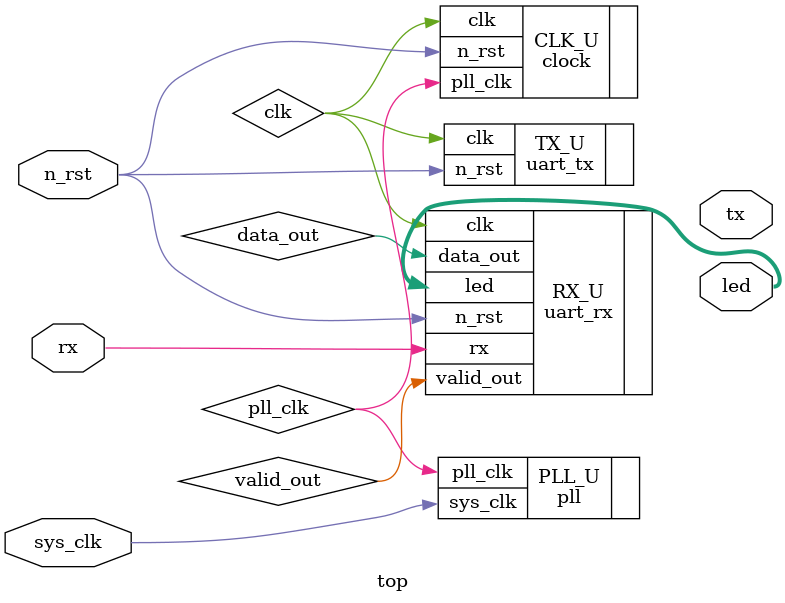
<source format=v>
module top (
  input sys_clk, n_rst, rx,
  output tx,
  output [5:0] led
);

  pll PLL_U(
    .sys_clk(sys_clk),
    .pll_clk(pll_clk)
  );

  localparam DATA_BITS = 8;
  wire pll_clk, sys_clk, n_rst, rx, tx, clk, valid_out;
  wire [5:0] led;
  wire [DATA_BITS-1:0] data;

  clock #(.BAUD_RATE(115200)) CLK_U(
    .pll_clk(pll_clk),
    .n_rst(n_rst),
    .clk(clk)
  );

  uart_rx #(.DATA_BITS(DATA_BITS), .STOP_BITS(1)) RX_U(
    .clk(clk),
    .n_rst(n_rst),
    .rx(rx),
    .valid_out(valid_out),
    .data_out(data_out),
    .led(led)
  );

  uart_tx #(.DATA_BITS(DATA_BITS), .STOP_BITS(1)) TX_U(
    .clk(clk),
    .n_rst(n_rst),
  );
  
endmodule 
</source>
